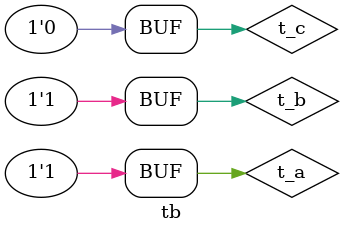
<source format=v>
module tb;
reg t_a,t_b,t_c;
wire a,b,c,d;

decoder24 x(.a(t_a),.b(t_b),.c(t_c),.d(a),.e(b),.f(c),.g(d));
initial begin
$dumpfile("dump_demux.vcd");
$dumpvars(0,tb);
end
initial begin
$monitor(t_c,"  ",t_a," ",t_b,"   ",a," ",b," ",c," ",d);

t_c=1'b1;
t_a=1'b1;
t_b=1'b1;
#10
t_c=1'b1;
t_a=1'b0;
t_b=1'b0;
#10
t_c=1'b1;
t_a=1'b0;
t_b=1'b1;
#10
t_c=1'b1;
t_a=1'b1;
t_b=1'b0;
#10
t_c=1'b0;
t_a=1'b1;
t_b=1'b1;

end
endmodule



</source>
